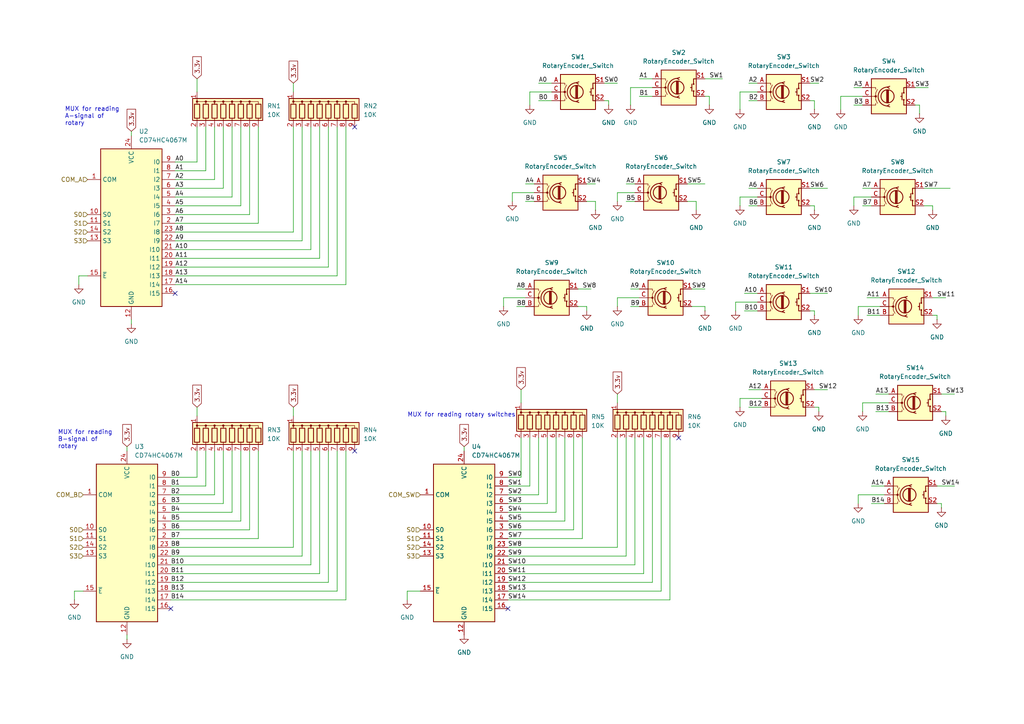
<source format=kicad_sch>
(kicad_sch (version 20231120) (generator "eeschema") (generator_version "8.0")
  (paper "A4")
  (lib_symbols
    (symbol "74xx:CD74HC4067M"
      (property "Reference" "U" (at -8.89 22.86 0))
      (property "Value" "CD74HC4067M" (at 1.27 22.86 0))
      (symbol "CD74HC4067M_0_1"
        (rectangle (start -8.89 21.59) (end 8.89 -24.13) (stroke (width 0.254)) (fill (type background)))
      )
      (symbol "CD74HC4067M_1_1"
        (pin passive line (at -12.7 12.7 0) (length 3.81) (name "COM") (number "1"))
        (pin input line (at -12.7 2.54 0) (length 3.81) (name "S0") (number "10"))
        (pin input line (at -12.7 0 0) (length 3.81) (name "S1") (number "11"))
        (pin power_in line (at 0 -27.94 90) (length 3.81) (name "GND") (number "12"))
        (pin input line (at -12.7 -5.08 0) (length 3.81) (name "S3") (number "13"))
        (pin input line (at -12.7 -2.54 0) (length 3.81) (name "S2") (number "14"))
        (pin input line (at -12.7 -15.24 0) (length 3.81) (name "~{E}") (number "15"))
        (pin passive line (at 12.7 -20.32 180) (length 3.81) (name "I15") (number "16"))
        (pin passive line (at 12.7 -17.78 180) (length 3.81) (name "I14") (number "17"))
        (pin passive line (at 12.7 -15.24 180) (length 3.81) (name "I13") (number "18"))
        (pin passive line (at 12.7 -12.7 180) (length 3.81) (name "I12") (number "19"))
        (pin passive line (at 12.7 0 180) (length 3.81) (name "I7") (number "2"))
        (pin passive line (at 12.7 -10.16 180) (length 3.81) (name "I11") (number "20"))
        (pin passive line (at 12.7 -7.62 180) (length 3.81) (name "I10") (number "21"))
        (pin passive line (at 12.7 -5.08 180) (length 3.81) (name "I9") (number "22"))
        (pin passive line (at 12.7 -2.54 180) (length 3.81) (name "I8") (number "23"))
        (pin power_in line (at 0 25.4 270) (length 3.81) (name "VCC") (number "24"))
        (pin passive line (at 12.7 2.54 180) (length 3.81) (name "I6") (number "3"))
        (pin passive line (at 12.7 5.08 180) (length 3.81) (name "I5") (number "4"))
        (pin passive line (at 12.7 7.62 180) (length 3.81) (name "I4") (number "5"))
        (pin passive line (at 12.7 10.16 180) (length 3.81) (name "I3") (number "6"))
        (pin passive line (at 12.7 12.7 180) (length 3.81) (name "I2") (number "7"))
        (pin passive line (at 12.7 15.24 180) (length 3.81) (name "I1") (number "8"))
        (pin passive line (at 12.7 17.78 180) (length 3.81) (name "I0") (number "9"))
      )
    )
    (symbol "Device:R_Network08" (pin_names (offset 0) hide)
      (property "Reference" "RN" (at -12.7 0 90))
      (property "Value" "R_Network08" (at 10.16 0 90))
      (symbol "R_Network08_0_1"
        (rectangle (start -11.43 -3.175) (end 8.89 3.175) (stroke (width 0.254)) (fill (type background)))
        (rectangle (start -10.922 1.524) (end -9.398 -2.54) (stroke (width 0.254)))
        (circle (center -10.16 2.286) (radius 0.254) (fill (type outline)))
        (rectangle (start -8.382 1.524) (end -6.858 -2.54) (stroke (width 0.254)))
        (circle (center -7.62 2.286) (radius 0.254) (fill (type outline)))
        (rectangle (start -5.842 1.524) (end -4.318 -2.54) (stroke (width 0.254)))
        (circle (center -5.08 2.286) (radius 0.254) (fill (type outline)))
        (rectangle (start -3.302 1.524) (end -1.778 -2.54) (stroke (width 0.254)))
        (circle (center -2.54 2.286) (radius 0.254) (fill (type outline)))
        (rectangle (start -0.762 1.524) (end 0.762 -2.54) (stroke (width 0.254)))
        (polyline (pts (xy -10.16 -2.54) (xy -10.16 -3.81)))
        (polyline (pts (xy -7.62 -2.54) (xy -7.62 -3.81)))
        (polyline (pts (xy -5.08 -2.54) (xy -5.08 -3.81)))
        (polyline (pts (xy -2.54 -2.54) (xy -2.54 -3.81)))
        (polyline (pts (xy 0 -2.54) (xy 0 -3.81)))
        (polyline (pts (xy 2.54 -2.54) (xy 2.54 -3.81)))
        (polyline (pts (xy 5.08 -2.54) (xy 5.08 -3.81)))
        (polyline (pts (xy 7.62 -2.54) (xy 7.62 -3.81)))
        (polyline (pts (xy -10.16 1.524) (xy -10.16 2.286) (xy -7.62 2.286) (xy -7.62 1.524)))
        (polyline (pts (xy -7.62 1.524) (xy -7.62 2.286) (xy -5.08 2.286) (xy -5.08 1.524)))
        (polyline (pts (xy -5.08 1.524) (xy -5.08 2.286) (xy -2.54 2.286) (xy -2.54 1.524)))
        (polyline (pts (xy -2.54 1.524) (xy -2.54 2.286) (xy 0 2.286) (xy 0 1.524)))
        (polyline (pts (xy 0 1.524) (xy 0 2.286) (xy 2.54 2.286) (xy 2.54 1.524)))
        (polyline (pts (xy 2.54 1.524) (xy 2.54 2.286) (xy 5.08 2.286) (xy 5.08 1.524)))
        (polyline (pts (xy 5.08 1.524) (xy 5.08 2.286) (xy 7.62 2.286) (xy 7.62 1.524)))
        (circle (center 0 2.286) (radius 0.254) (fill (type outline)))
        (rectangle (start 1.778 1.524) (end 3.302 -2.54) (stroke (width 0.254)))
        (circle (center 2.54 2.286) (radius 0.254) (fill (type outline)))
        (rectangle (start 4.318 1.524) (end 5.842 -2.54) (stroke (width 0.254)))
        (circle (center 5.08 2.286) (radius 0.254) (fill (type outline)))
        (rectangle (start 6.858 1.524) (end 8.382 -2.54) (stroke (width 0.254)))
      )
      (symbol "R_Network08_1_1"
        (pin passive line (at -10.16 5.08 270) (length 2.54) (name "common") (number "1"))
        (pin passive line (at -10.16 -5.08 90) (length 1.27) (name "R1") (number "2"))
        (pin passive line (at -7.62 -5.08 90) (length 1.27) (name "R2") (number "3"))
        (pin passive line (at -5.08 -5.08 90) (length 1.27) (name "R3") (number "4"))
        (pin passive line (at -2.54 -5.08 90) (length 1.27) (name "R4") (number "5"))
        (pin passive line (at 0 -5.08 90) (length 1.27) (name "R5") (number "6"))
        (pin passive line (at 2.54 -5.08 90) (length 1.27) (name "R6") (number "7"))
        (pin passive line (at 5.08 -5.08 90) (length 1.27) (name "R7") (number "8"))
        (pin passive line (at 7.62 -5.08 90) (length 1.27) (name "R8") (number "9"))
      )
    )
    (symbol "Device:RotaryEncoder_Switch" (pin_names (offset 0.254) hide)
      (property "Reference" "SW" (at 0 6.604 0))
      (property "Value" "RotaryEncoder_Switch" (at 0 -6.604 0))
      (symbol "RotaryEncoder_Switch_0_1"
        (rectangle (start -5.08 5.08) (end 5.08 -5.08) (stroke (width 0.254)) (fill (type background)))
        (circle (center -3.81 0) (radius 0.254) (fill (type outline)))
        (circle (center -0.381 0) (radius 1.905) (stroke (width 0.254)))
        (arc (start -0.381 2.667) (mid -3.0988 -0.0635) (end -0.381 -2.794) (stroke (width 0.254)))
        (polyline (pts (xy -0.635 -1.778) (xy -0.635 1.778)) (stroke (width 0.254)))
        (polyline (pts (xy -0.381 -1.778) (xy -0.381 1.778)) (stroke (width 0.254)))
        (polyline (pts (xy -0.127 1.778) (xy -0.127 -1.778)) (stroke (width 0.254)))
        (polyline (pts (xy 3.81 0) (xy 3.429 0)) (stroke (width 0.254)))
        (polyline (pts (xy 3.81 1.016) (xy 3.81 -1.016)) (stroke (width 0.254)))
        (polyline (pts (xy -5.08 -2.54) (xy -3.81 -2.54) (xy -3.81 -2.032)))
        (polyline (pts (xy -5.08 2.54) (xy -3.81 2.54) (xy -3.81 2.032)))
        (polyline (pts (xy 0.254 -3.048) (xy -0.508 -2.794) (xy 0.127 -2.413)) (stroke (width 0.254)))
        (polyline (pts (xy 0.254 2.921) (xy -0.508 2.667) (xy 0.127 2.286)) (stroke (width 0.254)))
        (polyline (pts (xy 5.08 -2.54) (xy 4.318 -2.54) (xy 4.318 -1.016)) (stroke (width 0.254)))
        (polyline (pts (xy 5.08 2.54) (xy 4.318 2.54) (xy 4.318 1.016)) (stroke (width 0.254)))
        (polyline (pts (xy -5.08 0) (xy -3.81 0) (xy -3.81 -1.016) (xy -3.302 -2.032)))
        (polyline (pts (xy -4.318 0) (xy -3.81 0) (xy -3.81 1.016) (xy -3.302 2.032)))
        (circle (center 4.318 -1.016) (radius 0.127) (stroke (width 0.254)))
        (circle (center 4.318 1.016) (radius 0.127) (stroke (width 0.254)))
      )
      (symbol "RotaryEncoder_Switch_1_1"
        (pin passive line (at -7.62 2.54 0) (length 2.54) (name "A") (number "A"))
        (pin passive line (at -7.62 -2.54 0) (length 2.54) (name "B") (number "B"))
        (pin passive line (at -7.62 0 0) (length 2.54) (name "C") (number "C"))
        (pin passive line (at 7.62 2.54 180) (length 2.54) (name "S1") (number "S1"))
        (pin passive line (at 7.62 -2.54 180) (length 2.54) (name "S2") (number "S2"))
      )
    )
    (symbol "power:GND" (power) (pin_numbers hide) (pin_names (offset 0) hide)
      (property "Value" "GND" (at 0 -3.81 0))
      (symbol "GND_0_1"
        (polyline (pts (xy 0 0) (xy 0 -1.27) (xy 1.27 -1.27) (xy 0 -2.54) (xy -1.27 -1.27) (xy 0 -1.27)))
      )
      (symbol "GND_1_1"
        (pin power_in line (at 0 0 270) (length 0) (name "~") (number "1"))
      )
    )
  )
  (no_connect (at 50.8 85.09))
  (no_connect (at 102.87 36.83))
  (no_connect (at 102.87 130.81))
  (no_connect (at 49.53 176.53))
  (no_connect (at 147.32 176.53))
  (no_connect (at 196.85 127))
  (wire (pts (xy 36.83 184.15) (xy 36.83 185.42)))
  (wire (pts (xy 172.72 58.42) (xy 172.72 60.96)))
  (wire (pts (xy 170.18 88.9) (xy 170.18 90.17)))
  (wire (pts (xy 74.93 130.81) (xy 74.93 156.21)))
  (wire (pts (xy 215.9 85.09) (xy 219.71 85.09)))
  (wire (pts (xy 182.88 88.9) (xy 185.42 88.9)))
  (wire (pts (xy 186.69 127) (xy 186.69 166.37)))
  (wire (pts (xy 50.8 49.53) (xy 59.69 49.53)))
  (wire (pts (xy 179.07 86.36) (xy 185.42 86.36)))
  (wire (pts (xy 214.63 59.69) (xy 214.63 57.15)))
  (wire (pts (xy 251.46 91.44) (xy 255.27 91.44)))
  (wire (pts (xy 92.71 36.83) (xy 92.71 74.93)))
  (wire (pts (xy 213.36 87.63) (xy 213.36 90.17)))
  (wire (pts (xy 248.92 146.05) (xy 248.92 143.51)))
  (wire (pts (xy 100.33 173.99) (xy 49.53 173.99)))
  (wire (pts (xy 204.47 88.9) (xy 204.47 90.17)))
  (wire (pts (xy 236.22 59.69) (xy 236.22 60.96)))
  (wire (pts (xy 97.79 80.01) (xy 50.8 80.01)))
  (wire (pts (xy 250.19 54.61) (xy 252.73 54.61)))
  (wire (pts (xy 67.31 57.15) (xy 67.31 36.83)))
  (wire (pts (xy 236.22 118.11) (xy 237.49 118.11)))
  (wire (pts (xy 38.1 38.1) (xy 38.1 39.37)))
  (wire (pts (xy 273.05 119.38) (xy 274.32 119.38)))
  (wire (pts (xy 237.49 118.11) (xy 237.49 119.38)))
  (wire (pts (xy 250.19 119.38) (xy 250.19 116.84)))
  (wire (pts (xy 247.65 25.4) (xy 250.19 25.4)))
  (wire (pts (xy 49.53 166.37) (xy 92.71 166.37)))
  (wire (pts (xy 276.86 140.97) (xy 271.78 140.97)))
  (wire (pts (xy 254 119.38) (xy 257.81 119.38)))
  (wire (pts (xy 147.32 168.91) (xy 189.23 168.91)))
  (wire (pts (xy 217.17 54.61) (xy 219.71 54.61)))
  (wire (pts (xy 185.42 22.86) (xy 189.23 22.86)))
  (wire (pts (xy 236.22 90.17) (xy 236.22 91.44)))
  (wire (pts (xy 179.07 55.88) (xy 179.07 58.42)))
  (wire (pts (xy 237.49 24.13) (xy 234.95 24.13)))
  (wire (pts (xy 90.17 130.81) (xy 90.17 163.83)))
  (wire (pts (xy 248.92 91.44) (xy 248.92 88.9)))
  (wire (pts (xy 254 114.3) (xy 257.81 114.3)))
  (wire (pts (xy 146.05 88.9) (xy 146.05 86.36)))
  (wire (pts (xy 64.77 36.83) (xy 64.77 54.61)))
  (wire (pts (xy 181.61 58.42) (xy 184.15 58.42)))
  (wire (pts (xy 168.91 127) (xy 168.91 156.21)))
  (wire (pts (xy 234.95 59.69) (xy 236.22 59.69)))
  (wire (pts (xy 147.32 148.59) (xy 161.29 148.59)))
  (wire (pts (xy 62.23 143.51) (xy 49.53 143.51)))
  (wire (pts (xy 74.93 64.77) (xy 50.8 64.77)))
  (wire (pts (xy 236.22 29.21) (xy 236.22 31.75)))
  (wire (pts (xy 217.17 59.69) (xy 219.71 59.69)))
  (wire (pts (xy 50.8 57.15) (xy 67.31 57.15)))
  (wire (pts (xy 57.15 46.99) (xy 50.8 46.99)))
  (wire (pts (xy 271.78 146.05) (xy 273.05 146.05)))
  (wire (pts (xy 149.86 88.9) (xy 152.4 88.9)))
  (wire (pts (xy 148.59 55.88) (xy 154.94 55.88)))
  (wire (pts (xy 95.25 168.91) (xy 49.53 168.91)))
  (wire (pts (xy 213.36 87.63) (xy 219.71 87.63)))
  (wire (pts (xy 69.85 130.81) (xy 69.85 151.13)))
  (wire (pts (xy 50.8 72.39) (xy 90.17 72.39)))
  (wire (pts (xy 118.11 173.99) (xy 118.11 171.45)))
  (wire (pts (xy 147.32 143.51) (xy 156.21 143.51)))
  (wire (pts (xy 199.39 58.42) (xy 201.93 58.42)))
  (wire (pts (xy 247.65 57.15) (xy 252.73 57.15)))
  (wire (pts (xy 205.74 27.94) (xy 205.74 30.48)))
  (wire (pts (xy 201.93 58.42) (xy 201.93 60.96)))
  (wire (pts (xy 57.15 130.81) (xy 57.15 138.43)))
  (wire (pts (xy 153.67 140.97) (xy 153.67 127)))
  (wire (pts (xy 172.72 53.34) (xy 170.18 53.34)))
  (wire (pts (xy 274.32 119.38) (xy 274.32 120.65)))
  (wire (pts (xy 179.07 114.3) (xy 179.07 116.84)))
  (wire (pts (xy 87.63 69.85) (xy 50.8 69.85)))
  (wire (pts (xy 270.51 91.44) (xy 271.78 91.44)))
  (wire (pts (xy 147.32 158.75) (xy 179.07 158.75)))
  (wire (pts (xy 273.05 146.05) (xy 273.05 147.32)))
  (wire (pts (xy 21.59 171.45) (xy 24.13 171.45)))
  (wire (pts (xy 214.63 118.11) (xy 214.63 115.57)))
  (wire (pts (xy 182.88 25.4) (xy 189.23 25.4)))
  (wire (pts (xy 151.13 138.43) (xy 147.32 138.43)))
  (wire (pts (xy 146.05 86.36) (xy 152.4 86.36)))
  (wire (pts (xy 243.84 31.75) (xy 243.84 27.94)))
  (wire (pts (xy 247.65 30.48) (xy 250.19 30.48)))
  (wire (pts (xy 64.77 146.05) (xy 49.53 146.05)))
  (wire (pts (xy 57.15 22.86) (xy 57.15 26.67)))
  (wire (pts (xy 153.67 30.48) (xy 153.67 26.67)))
  (wire (pts (xy 182.88 25.4) (xy 182.88 30.48)))
  (wire (pts (xy 204.47 27.94) (xy 205.74 27.94)))
  (wire (pts (xy 49.53 158.75) (xy 85.09 158.75)))
  (wire (pts (xy 156.21 143.51) (xy 156.21 127)))
  (wire (pts (xy 147.32 163.83) (xy 184.15 163.83)))
  (wire (pts (xy 184.15 163.83) (xy 184.15 127)))
  (wire (pts (xy 64.77 54.61) (xy 50.8 54.61)))
  (wire (pts (xy 22.86 82.55) (xy 22.86 80.01)))
  (wire (pts (xy 215.9 90.17) (xy 219.71 90.17)))
  (wire (pts (xy 248.92 88.9) (xy 255.27 88.9)))
  (wire (pts (xy 234.95 29.21) (xy 236.22 29.21)))
  (wire (pts (xy 163.83 127) (xy 163.83 151.13)))
  (wire (pts (xy 194.31 173.99) (xy 194.31 127)))
  (wire (pts (xy 22.86 80.01) (xy 25.4 80.01)))
  (wire (pts (xy 250.19 116.84) (xy 257.81 116.84)))
  (wire (pts (xy 204.47 22.86) (xy 209.55 22.86)))
  (wire (pts (xy 156.21 29.21) (xy 160.02 29.21)))
  (wire (pts (xy 36.83 129.54) (xy 36.83 130.81)))
  (wire (pts (xy 166.37 153.67) (xy 166.37 127)))
  (wire (pts (xy 156.21 24.13) (xy 160.02 24.13)))
  (wire (pts (xy 179.07 88.9) (xy 179.07 86.36)))
  (wire (pts (xy 74.93 36.83) (xy 74.93 64.77)))
  (wire (pts (xy 152.4 58.42) (xy 154.94 58.42)))
  (wire (pts (xy 179.07 24.13) (xy 175.26 24.13)))
  (wire (pts (xy 185.42 27.94) (xy 189.23 27.94)))
  (wire (pts (xy 134.62 129.54) (xy 134.62 130.81)))
  (wire (pts (xy 175.26 29.21) (xy 176.53 29.21)))
  (wire (pts (xy 252.73 140.97) (xy 256.54 140.97)))
  (wire (pts (xy 186.69 166.37) (xy 147.32 166.37)))
  (wire (pts (xy 64.77 130.81) (xy 64.77 146.05)))
  (wire (pts (xy 57.15 138.43) (xy 49.53 138.43)))
  (wire (pts (xy 217.17 118.11) (xy 220.98 118.11)))
  (wire (pts (xy 151.13 113.03) (xy 151.13 116.84)))
  (wire (pts (xy 163.83 151.13) (xy 147.32 151.13)))
  (wire (pts (xy 251.46 86.36) (xy 255.27 86.36)))
  (wire (pts (xy 191.77 127) (xy 191.77 171.45)))
  (wire (pts (xy 151.13 127) (xy 151.13 138.43)))
  (wire (pts (xy 72.39 153.67) (xy 72.39 130.81)))
  (wire (pts (xy 181.61 161.29) (xy 147.32 161.29)))
  (wire (pts (xy 153.67 26.67) (xy 160.02 26.67)))
  (wire (pts (xy 171.45 83.82) (xy 167.64 83.82)))
  (wire (pts (xy 247.65 59.69) (xy 247.65 57.15)))
  (wire (pts (xy 167.64 88.9) (xy 170.18 88.9)))
  (wire (pts (xy 181.61 53.34) (xy 184.15 53.34)))
  (wire (pts (xy 181.61 127) (xy 181.61 161.29)))
  (wire (pts (xy 168.91 156.21) (xy 147.32 156.21)))
  (wire (pts (xy 85.09 67.31) (xy 85.09 36.83)))
  (wire (pts (xy 69.85 36.83) (xy 69.85 59.69)))
  (wire (pts (xy 148.59 58.42) (xy 148.59 55.88)))
  (wire (pts (xy 161.29 148.59) (xy 161.29 127)))
  (wire (pts (xy 90.17 163.83) (xy 49.53 163.83)))
  (wire (pts (xy 97.79 36.83) (xy 97.79 80.01)))
  (wire (pts (xy 62.23 36.83) (xy 62.23 52.07)))
  (wire (pts (xy 276.86 114.3) (xy 273.05 114.3)))
  (wire (pts (xy 72.39 62.23) (xy 72.39 36.83)))
  (wire (pts (xy 69.85 59.69) (xy 50.8 59.69)))
  (wire (pts (xy 62.23 52.07) (xy 50.8 52.07)))
  (wire (pts (xy 214.63 115.57) (xy 220.98 115.57)))
  (wire (pts (xy 214.63 57.15) (xy 219.71 57.15)))
  (wire (pts (xy 243.84 27.94) (xy 250.19 27.94)))
  (wire (pts (xy 217.17 113.03) (xy 220.98 113.03)))
  (wire (pts (xy 204.47 53.34) (xy 199.39 53.34)))
  (wire (pts (xy 266.7 30.48) (xy 266.7 33.02)))
  (wire (pts (xy 87.63 130.81) (xy 87.63 161.29)))
  (wire (pts (xy 74.93 156.21) (xy 49.53 156.21)))
  (wire (pts (xy 50.8 62.23) (xy 72.39 62.23)))
  (wire (pts (xy 147.32 173.99) (xy 194.31 173.99)))
  (wire (pts (xy 265.43 30.48) (xy 266.7 30.48)))
  (wire (pts (xy 189.23 168.91) (xy 189.23 127)))
  (wire (pts (xy 21.59 173.99) (xy 21.59 171.45)))
  (wire (pts (xy 50.8 77.47) (xy 95.25 77.47)))
  (wire (pts (xy 85.09 24.13) (xy 85.09 26.67)))
  (wire (pts (xy 214.63 26.67) (xy 214.63 31.75)))
  (wire (pts (xy 100.33 130.81) (xy 100.33 173.99)))
  (wire (pts (xy 219.71 26.67) (xy 214.63 26.67)))
  (wire (pts (xy 50.8 67.31) (xy 85.09 67.31)))
  (wire (pts (xy 149.86 83.82) (xy 152.4 83.82)))
  (wire (pts (xy 267.97 59.69) (xy 270.51 59.69)))
  (wire (pts (xy 92.71 166.37) (xy 92.71 130.81)))
  (wire (pts (xy 234.95 54.61) (xy 240.03 54.61)))
  (wire (pts (xy 252.73 146.05) (xy 256.54 146.05)))
  (wire (pts (xy 95.25 130.81) (xy 95.25 168.91)))
  (wire (pts (xy 59.69 130.81) (xy 59.69 140.97)))
  (wire (pts (xy 240.03 85.09) (xy 234.95 85.09)))
  (wire (pts (xy 49.53 171.45) (xy 97.79 171.45)))
  (wire (pts (xy 204.47 83.82) (xy 200.66 83.82)))
  (wire (pts (xy 49.53 153.67) (xy 72.39 153.67)))
  (wire (pts (xy 182.88 83.82) (xy 185.42 83.82)))
  (wire (pts (xy 50.8 82.55) (xy 100.33 82.55)))
  (wire (pts (xy 275.59 54.61) (xy 267.97 54.61)))
  (wire (pts (xy 200.66 88.9) (xy 204.47 88.9)))
  (wire (pts (xy 248.92 143.51) (xy 256.54 143.51)))
  (wire (pts (xy 57.15 118.11) (xy 57.15 120.65)))
  (wire (pts (xy 57.15 36.83) (xy 57.15 46.99)))
  (wire (pts (xy 95.25 77.47) (xy 95.25 36.83)))
  (wire (pts (xy 87.63 36.83) (xy 87.63 69.85)))
  (wire (pts (xy 90.17 72.39) (xy 90.17 36.83)))
  (wire (pts (xy 38.1 92.71) (xy 38.1 93.98)))
  (wire (pts (xy 49.53 148.59) (xy 67.31 148.59)))
  (wire (pts (xy 217.17 24.13) (xy 219.71 24.13)))
  (wire (pts (xy 147.32 153.67) (xy 166.37 153.67)))
  (wire (pts (xy 217.17 29.21) (xy 219.71 29.21)))
  (wire (pts (xy 270.51 59.69) (xy 270.51 60.96)))
  (wire (pts (xy 85.09 118.11) (xy 85.09 120.65)))
  (wire (pts (xy 62.23 130.81) (xy 62.23 143.51)))
  (wire (pts (xy 59.69 49.53) (xy 59.69 36.83)))
  (wire (pts (xy 270.51 86.36) (xy 274.32 86.36)))
  (wire (pts (xy 240.03 113.03) (xy 236.22 113.03)))
  (wire (pts (xy 67.31 148.59) (xy 67.31 130.81)))
  (wire (pts (xy 250.19 59.69) (xy 252.73 59.69)))
  (wire (pts (xy 85.09 158.75) (xy 85.09 130.81)))
  (wire (pts (xy 269.24 25.4) (xy 265.43 25.4)))
  (wire (pts (xy 158.75 146.05) (xy 147.32 146.05)))
  (wire (pts (xy 97.79 171.45) (xy 97.79 130.81)))
  (wire (pts (xy 170.18 58.42) (xy 172.72 58.42)))
  (wire (pts (xy 191.77 171.45) (xy 147.32 171.45)))
  (wire (pts (xy 179.07 158.75) (xy 179.07 127)))
  (wire (pts (xy 184.15 55.88) (xy 179.07 55.88)))
  (wire (pts (xy 59.69 140.97) (xy 49.53 140.97)))
  (wire (pts (xy 234.95 90.17) (xy 236.22 90.17)))
  (wire (pts (xy 158.75 127) (xy 158.75 146.05)))
  (wire (pts (xy 100.33 82.55) (xy 100.33 36.83)))
  (wire (pts (xy 152.4 53.34) (xy 154.94 53.34)))
  (wire (pts (xy 271.78 91.44) (xy 271.78 92.71)))
  (wire (pts (xy 92.71 74.93) (xy 50.8 74.93)))
  (wire (pts (xy 87.63 161.29) (xy 49.53 161.29)))
  (wire (pts (xy 69.85 151.13) (xy 49.53 151.13)))
  (wire (pts (xy 118.11 171.45) (xy 121.92 171.45)))
  (wire (pts (xy 176.53 29.21) (xy 176.53 30.48)))
  (wire (pts (xy 147.32 140.97) (xy 153.67 140.97)))
  (text "MUX for reading rotary switches" (at 133.858 120.396 0) (effects (font (size 1.27 1.27))))
  (text "MUX for reading\nB-signal of\nrotary" (at 16.764 127.508 0) (effects (font (size 1.27 1.27)) (justify left)))
  (text "MUX for reading\nA-signal of\nrotary" (at 18.796 33.782 0) (effects (font (size 1.27 1.27)) (justify left)))
  (label "B1" (at 49.53 140.97 0))
  (label "A8" (at 50.8 67.31 0))
  (label "A5" (at 181.61 53.34 0))
  (label "A9" (at 182.88 83.82 0))
  (label "SW13" (at 274.32 114.3 0))
  (label "A10" (at 215.9 85.09 0))
  (label "B2" (at 217.17 29.21 0))
  (label "B6" (at 49.53 153.67 0))
  (label "A1" (at 185.42 22.86 0))
  (label "A5" (at 50.8 59.69 0))
  (label "B12" (at 217.17 118.11 0))
  (label "SW7" (at 147.32 156.21 0))
  (label "A3" (at 247.65 25.4 0))
  (label "B5" (at 49.53 151.13 0))
  (label "A4" (at 50.8 57.15 0))
  (label "SW1" (at 147.32 140.97 0))
  (label "B7" (at 49.53 156.21 0))
  (label "SW10" (at 147.32 163.83 0))
  (label "A6" (at 50.8 62.23 0))
  (label "B4" (at 49.53 148.59 0))
  (label "A8" (at 149.86 83.82 0))
  (label "SW7" (at 267.97 54.61 0))
  (label "B7" (at 250.19 59.69 0))
  (label "A0" (at 156.21 24.13 0))
  (label "A0" (at 50.8 46.99 0))
  (label "SW3" (at 147.32 146.05 0))
  (label "SW9" (at 147.32 161.29 0))
  (label "SW0" (at 175.26 24.13 0))
  (label "A9" (at 50.8 69.85 0))
  (label "B9" (at 182.88 88.9 0))
  (label "B14" (at 49.53 173.99 0))
  (label "SW6" (at 147.32 153.67 0))
  (label "B13" (at 254 119.38 0))
  (label "SW5" (at 147.32 151.13 0))
  (label "A11" (at 251.46 86.36 0))
  (label "SW3" (at 265.43 25.4 0))
  (label "B2" (at 49.53 143.51 0))
  (label "B6" (at 217.17 59.69 0))
  (label "A4" (at 152.4 53.34 0))
  (label "B8" (at 49.53 158.75 0))
  (label "SW11" (at 271.78 86.36 0))
  (label "A2" (at 50.8 52.07 0))
  (label "A1" (at 50.8 49.53 0))
  (label "A11" (at 50.8 74.93 0))
  (label "B14" (at 252.73 146.05 0))
  (label "SW4" (at 147.32 148.59 0))
  (label "SW11" (at 147.32 166.37 0))
  (label "SW13" (at 147.32 171.45 0))
  (label "B0" (at 156.21 29.21 0))
  (label "B8" (at 149.86 88.9 0))
  (label "A14" (at 50.8 82.55 0))
  (label "SW6" (at 234.95 54.61 0))
  (label "B11" (at 49.53 166.37 0))
  (label "B10" (at 49.53 163.83 0))
  (label "A3" (at 50.8 54.61 0))
  (label "B3" (at 247.65 30.48 0))
  (label "B1" (at 185.42 27.94 0))
  (label "SW14" (at 273.05 140.97 0))
  (label "SW10" (at 236.22 85.09 0))
  (label "B13" (at 49.53 171.45 0))
  (label "SW8" (at 147.32 158.75 0))
  (label "A7" (at 50.8 64.77 0))
  (label "B3" (at 49.53 146.05 0))
  (label "SW1" (at 205.74 22.86 0))
  (label "SW0" (at 147.32 138.43 0))
  (label "A6" (at 217.17 54.61 0))
  (label "B12" (at 49.53 168.91 0))
  (label "B4" (at 152.4 58.42 0))
  (label "A7" (at 250.19 54.61 0))
  (label "A12" (at 50.8 77.47 0))
  (label "B0" (at 49.53 138.43 0))
  (label "SW14" (at 147.32 173.99 0))
  (label "SW12" (at 237.49 113.03 0))
  (label "SW2" (at 147.32 143.51 0))
  (label "A13" (at 254 114.3 0))
  (label "SW2" (at 234.95 24.13 0))
  (label "A10" (at 50.8 72.39 0))
  (label "B5" (at 181.61 58.42 0))
  (label "SW8" (at 168.91 83.82 0))
  (label "SW9" (at 200.66 83.82 0))
  (label "B10" (at 215.9 90.17 0))
  (label "B9" (at 49.53 161.29 0))
  (label "A12" (at 217.17 113.03 0))
  (label "A14" (at 252.73 140.97 0))
  (label "A13" (at 50.8 80.01 0))
  (label "SW4" (at 170.18 53.34 0))
  (label "SW5" (at 199.39 53.34 0))
  (label "A2" (at 217.17 24.13 0))
  (label "B11" (at 251.46 91.44 0))
  (label "SW12" (at 147.32 168.91 0))
  (global_label "3.3v" (shape input) (at 36.83 129.54 90) (property "Intersheetrefs" "${INTERSHEET_REFS}" (effects (hide yes))))
  (global_label "3.3v" (shape input) (at 57.15 22.86 90) (property "Intersheetrefs" "${INTERSHEET_REFS}" (effects (hide yes))))
  (global_label "3.3v" (shape input) (at 57.15 118.11 90) (property "Intersheetrefs" "${INTERSHEET_REFS}" (effects (hide yes))))
  (global_label "3.3v" (shape input) (at 179.07 114.3 90) (property "Intersheetrefs" "${INTERSHEET_REFS}" (effects (hide yes))))
  (global_label "3.3v" (shape input) (at 85.09 118.11 90) (property "Intersheetrefs" "${INTERSHEET_REFS}" (effects (hide yes))))
  (global_label "3.3v" (shape input) (at 38.1 38.1 90) (property "Intersheetrefs" "${INTERSHEET_REFS}" (effects (hide yes))))
  (global_label "3.3v" (shape input) (at 151.13 113.03 90) (property "Intersheetrefs" "${INTERSHEET_REFS}" (effects (hide yes))))
  (global_label "3.3v" (shape input) (at 134.62 129.54 90) (property "Intersheetrefs" "${INTERSHEET_REFS}" (effects (hide yes))))
  (global_label "3.3v" (shape input) (at 85.09 24.13 90) (property "Intersheetrefs" "${INTERSHEET_REFS}" (effects (hide yes))))
  (hierarchical_label "S1" (shape input) (at 25.4 64.77 180))
  (hierarchical_label "S2" (shape input) (at 24.13 158.75 180))
  (hierarchical_label "S0" (shape input) (at 24.13 153.67 180))
  (hierarchical_label "S3" (shape input) (at 25.4 69.85 180))
  (hierarchical_label "S0" (shape input) (at 121.92 153.67 180))
  (hierarchical_label "S3" (shape input) (at 121.92 161.29 180))
  (hierarchical_label "S2" (shape input) (at 121.92 158.75 180))
  (hierarchical_label "S3" (shape input) (at 24.13 161.29 180))
  (hierarchical_label "S0" (shape input) (at 25.4 62.23 180))
  (hierarchical_label "COM_SW" (shape input) (at 121.92 143.51 180))
  (hierarchical_label "COM_B" (shape input) (at 24.13 143.51 180))
  (hierarchical_label "S1" (shape input) (at 121.92 156.21 180))
  (hierarchical_label "S2" (shape input) (at 25.4 67.31 180))
  (hierarchical_label "COM_A" (shape input) (at 25.4 52.07 180))
  (hierarchical_label "S1" (shape input) (at 24.13 156.21 180))
  (symbol (lib_id "power:GND") (at 250.19 119.38 0) (unit 1)
    (property "Reference" "#PWR16" (effects (hide yes)))
    (property "Value" "GND" (at 250.19 124.46 0))
    (property "Description" "Power symbol creates a global label with name \"GND\" , ground" (effects (hide yes)))
  )
  (symbol (lib_id "power:GND") (at 201.93 60.96 0) (unit 1)
    (property "Reference" "#PWR26" (effects (hide yes)))
    (property "Value" "GND" (at 201.93 66.04 0))
    (property "Description" "Power symbol creates a global label with name \"GND\" , ground" (effects (hide yes)))
  )
  (symbol (lib_id "Device:R_Network08") (at 189.23 121.92 0) (unit 1)
    (property "Reference" "RN6" (at 199.39 120.9039 0) (effects (justify left)))
    (property "Value" "10K" (at 199.39 123.4439 0) (effects (justify left)))
    (property "Footprint" "Resistor_THT:R_Array_SIP9" (effects (hide yes)))
    (property "Datasheet" "http://www.vishay.com/docs/31509/csc.pdf" (effects (hide yes)))
    (property "Description" "8 resistor network, star topology, bussed resistors, small symbol" (effects (hide yes)))
  )
  (symbol (lib_id "Device:R_Network08") (at 161.29 121.92 0) (unit 1)
    (property "Reference" "RN5" (at 171.45 120.9039 0) (effects (justify left)))
    (property "Value" "10K" (at 171.45 123.4439 0) (effects (justify left)))
    (property "Footprint" "Resistor_THT:R_Array_SIP9" (effects (hide yes)))
    (property "Datasheet" "http://www.vishay.com/docs/31509/csc.pdf" (effects (hide yes)))
    (property "Description" "8 resistor network, star topology, bussed resistors, small symbol" (effects (hide yes)))
  )
  (symbol (lib_id "Device:RotaryEncoder_Switch") (at 260.35 57.15 0) (unit 1)
    (property "Reference" "SW8" (at 260.35 46.99 0))
    (property "Value" "RotaryEncoder_Switch" (at 260.35 49.53 0))
    (property "Footprint" "Rotary_Encoder:RotaryEncoder_Alps_EC11E-Switch_Vertical_H20mm_MountingHoles" (effects (hide yes)))
    (property "Description" "Rotary encoder, dual channel, incremental quadrate outputs, with switch" (effects (hide yes)))
  )
  (symbol (lib_id "Device:RotaryEncoder_Switch") (at 265.43 116.84 0) (unit 1)
    (property "Reference" "SW14" (at 265.43 106.68 0))
    (property "Value" "RotaryEncoder_Switch" (at 265.43 109.22 0))
    (property "Footprint" "Rotary_Encoder:RotaryEncoder_Alps_EC11E-Switch_Vertical_H20mm_MountingHoles" (effects (hide yes)))
    (property "Description" "Rotary encoder, dual channel, incremental quadrate outputs, with switch" (effects (hide yes)))
  )
  (symbol (lib_id "power:GND") (at 38.1 93.98 0) (unit 1)
    (property "Reference" "#PWR1" (effects (hide yes)))
    (property "Value" "GND" (at 38.1 99.06 0))
    (property "Description" "Power symbol creates a global label with name \"GND\" , ground" (effects (hide yes)))
  )
  (symbol (lib_id "Device:RotaryEncoder_Switch") (at 264.16 143.51 0) (unit 1)
    (property "Reference" "SW15" (at 264.16 133.35 0))
    (property "Value" "RotaryEncoder_Switch" (at 264.16 135.89 0))
    (property "Footprint" "Rotary_Encoder:RotaryEncoder_Alps_EC11E-Switch_Vertical_H20mm_MountingHoles" (effects (hide yes)))
    (property "Description" "Rotary encoder, dual channel, incremental quadrate outputs, with switch" (effects (hide yes)))
  )
  (symbol (lib_id "power:GND") (at 236.22 60.96 0) (unit 1)
    (property "Reference" "#PWR25" (effects (hide yes)))
    (property "Value" "GND" (at 236.22 66.04 0))
    (property "Description" "Power symbol creates a global label with name \"GND\" , ground" (effects (hide yes)))
  )
  (symbol (lib_id "power:GND") (at 248.92 146.05 0) (unit 1)
    (property "Reference" "#PWR17" (effects (hide yes)))
    (property "Value" "GND" (at 248.92 151.13 0))
    (property "Description" "Power symbol creates a global label with name \"GND\" , ground" (effects (hide yes)))
  )
  (symbol (lib_id "Device:RotaryEncoder_Switch") (at 228.6 115.57 0) (unit 1)
    (property "Reference" "SW13" (at 228.6 105.41 0))
    (property "Value" "RotaryEncoder_Switch" (at 228.6 107.95 0))
    (property "Footprint" "Rotary_Encoder:RotaryEncoder_Alps_EC11E-Switch_Vertical_H20mm_MountingHoles" (effects (hide yes)))
    (property "Description" "Rotary encoder, dual channel, incremental quadrate outputs, with switch" (effects (hide yes)))
  )
  (symbol (lib_id "power:GND") (at 214.63 31.75 0) (unit 1)
    (property "Reference" "#PWR5" (effects (hide yes)))
    (property "Value" "GND" (at 214.63 36.83 0))
    (property "Description" "Power symbol creates a global label with name \"GND\" , ground" (effects (hide yes)))
  )
  (symbol (lib_id "power:GND") (at 266.7 33.02 0) (unit 1)
    (property "Reference" "#PWR20" (effects (hide yes)))
    (property "Value" "GND" (at 266.7 38.1 0))
    (property "Description" "Power symbol creates a global label with name \"GND\" , ground" (effects (hide yes)))
  )
  (symbol (lib_id "power:GND") (at 214.63 59.69 0) (unit 1)
    (property "Reference" "#PWR11" (effects (hide yes)))
    (property "Value" "GND" (at 214.63 64.77 0))
    (property "Description" "Power symbol creates a global label with name \"GND\" , ground" (effects (hide yes)))
  )
  (symbol (lib_id "power:GND") (at 236.22 31.75 0) (unit 1)
    (property "Reference" "#PWR19" (effects (hide yes)))
    (property "Value" "GND" (at 236.22 36.83 0))
    (property "Description" "Power symbol creates a global label with name \"GND\" , ground" (effects (hide yes)))
  )
  (symbol (lib_id "power:GND") (at 153.67 30.48 0) (unit 1)
    (property "Reference" "#PWR3" (effects (hide yes)))
    (property "Value" "GND" (at 153.67 35.56 0))
    (property "Description" "Power symbol creates a global label with name \"GND\" , ground" (effects (hide yes)))
  )
  (symbol (lib_id "power:GND") (at 248.92 91.44 0) (unit 1)
    (property "Reference" "#PWR14" (effects (hide yes)))
    (property "Value" "GND" (at 248.92 96.52 0))
    (property "Description" "Power symbol creates a global label with name \"GND\" , ground" (effects (hide yes)))
  )
  (symbol (lib_id "power:GND") (at 273.05 147.32 0) (unit 1)
    (property "Reference" "#PWR31" (effects (hide yes)))
    (property "Value" "GND" (at 273.05 152.4 0))
    (property "Description" "Power symbol creates a global label with name \"GND\" , ground" (effects (hide yes)))
  )
  (symbol (lib_id "Device:RotaryEncoder_Switch") (at 227.33 57.15 0) (unit 1)
    (property "Reference" "SW7" (at 227.33 46.99 0))
    (property "Value" "RotaryEncoder_Switch" (at 227.33 49.53 0))
    (property "Footprint" "Rotary_Encoder:RotaryEncoder_Alps_EC11E-Switch_Vertical_H20mm_MountingHoles" (effects (hide yes)))
    (property "Description" "Rotary encoder, dual channel, incremental quadrate outputs, with switch" (effects (hide yes)))
  )
  (symbol (lib_id "power:GND") (at 170.18 90.17 0) (unit 1)
    (property "Reference" "#PWR23" (effects (hide yes)))
    (property "Value" "GND" (at 170.18 95.25 0))
    (property "Description" "Power symbol creates a global label with name \"GND\" , ground" (effects (hide yes)))
  )
  (symbol (lib_id "power:GND") (at 22.86 82.55 0) (unit 1)
    (property "Reference" "#PWR55" (effects (hide yes)))
    (property "Value" "GND" (at 22.86 87.63 0))
    (property "Description" "Power symbol creates a global label with name \"GND\" , ground" (effects (hide yes)))
  )
  (symbol (lib_id "power:GND") (at 134.62 184.15 0) (unit 1)
    (property "Reference" "#PWR54" (effects (hide yes)))
    (property "Value" "GND" (at 134.62 189.23 0))
    (property "Description" "Power symbol creates a global label with name \"GND\" , ground" (effects (hide yes)))
  )
  (symbol (lib_id "Device:R_Network08") (at 67.31 125.73 0) (unit 1)
    (property "Reference" "RN3" (at 77.47 124.7139 0) (effects (justify left)))
    (property "Value" "10K" (at 77.47 127.2539 0) (effects (justify left)))
    (property "Footprint" "Resistor_THT:R_Array_SIP9" (effects (hide yes)))
    (property "Datasheet" "http://www.vishay.com/docs/31509/csc.pdf" (effects (hide yes)))
    (property "Description" "8 resistor network, star topology, bussed resistors, small symbol" (effects (hide yes)))
  )
  (symbol (lib_id "Device:RotaryEncoder_Switch") (at 196.85 25.4 0) (unit 1)
    (property "Reference" "SW2" (at 196.85 15.24 0))
    (property "Value" "RotaryEncoder_Switch" (at 196.85 17.78 0))
    (property "Footprint" "Rotary_Encoder:RotaryEncoder_Alps_EC11E-Switch_Vertical_H20mm_MountingHoles" (effects (hide yes)))
    (property "Description" "Rotary encoder, dual channel, incremental quadrate outputs, with switch" (effects (hide yes)))
  )
  (symbol (lib_id "74xx:CD74HC4067M") (at 38.1 64.77 0) (unit 1)
    (property "Reference" "U2" (at 40.2941 38.1 0) (effects (justify left)))
    (property "Value" "CD74HC4067M" (at 40.2941 40.64 0) (effects (justify left)))
    (property "Footprint" "Package_SO:SOIC-24W_7.5x15.4mm_P1.27mm" (effects (hide yes)))
    (property "Datasheet" "http://www.ti.com/lit/ds/symlink/cd74hc4067.pdf" (effects (hide yes)))
    (property "Description" "High-Speed CMOS Logic 16-Channel Analog Multiplexer/Demultiplexer, SOIC-24" (effects (hide yes)))
  )
  (symbol (lib_id "power:GND") (at 182.88 30.48 0) (unit 1)
    (property "Reference" "#PWR4" (effects (hide yes)))
    (property "Value" "GND" (at 182.88 35.56 0))
    (property "Description" "Power symbol creates a global label with name \"GND\" , ground" (effects (hide yes)))
  )
  (symbol (lib_id "power:GND") (at 118.11 173.99 0) (unit 1)
    (property "Reference" "#PWR57" (effects (hide yes)))
    (property "Value" "GND" (at 118.11 179.07 0))
    (property "Description" "Power symbol creates a global label with name \"GND\" , ground" (effects (hide yes)))
  )
  (symbol (lib_id "power:GND") (at 172.72 60.96 0) (unit 1)
    (property "Reference" "#PWR21" (effects (hide yes)))
    (property "Value" "GND" (at 172.72 66.04 0))
    (property "Description" "Power symbol creates a global label with name \"GND\" , ground" (effects (hide yes)))
  )
  (symbol (lib_id "power:GND") (at 179.07 58.42 0) (unit 1)
    (property "Reference" "#PWR12" (effects (hide yes)))
    (property "Value" "GND" (at 179.07 63.5 0))
    (property "Description" "Power symbol creates a global label with name \"GND\" , ground" (effects (hide yes)))
  )
  (symbol (lib_id "Device:R_Network08") (at 67.31 31.75 0) (unit 1)
    (property "Reference" "RN1" (at 77.47 30.7339 0) (effects (justify left)))
    (property "Value" "10K" (at 77.47 33.2739 0) (effects (justify left)))
    (property "Footprint" "Resistor_THT:R_Array_SIP9" (effects (hide yes)))
    (property "Datasheet" "http://www.vishay.com/docs/31509/csc.pdf" (effects (hide yes)))
    (property "Description" "8 resistor network, star topology, bussed resistors, small symbol" (effects (hide yes)))
  )
  (symbol (lib_id "Device:R_Network08") (at 95.25 125.73 0) (unit 1)
    (property "Reference" "RN4" (at 105.41 124.7139 0) (effects (justify left)))
    (property "Value" "10K" (at 105.41 127.2539 0) (effects (justify left)))
    (property "Footprint" "Resistor_THT:R_Array_SIP9" (effects (hide yes)))
    (property "Datasheet" "http://www.vishay.com/docs/31509/csc.pdf" (effects (hide yes)))
    (property "Description" "8 resistor network, star topology, bussed resistors, small symbol" (effects (hide yes)))
  )
  (symbol (lib_id "Device:RotaryEncoder_Switch") (at 160.02 86.36 0) (unit 1)
    (property "Reference" "SW9" (at 160.02 76.2 0))
    (property "Value" "RotaryEncoder_Switch" (at 160.02 78.74 0))
    (property "Footprint" "Rotary_Encoder:RotaryEncoder_Alps_EC11E-Switch_Vertical_H20mm_MountingHoles" (effects (hide yes)))
    (property "Description" "Rotary encoder, dual channel, incremental quadrate outputs, with switch" (effects (hide yes)))
  )
  (symbol (lib_id "Device:RotaryEncoder_Switch") (at 162.56 55.88 0) (unit 1)
    (property "Reference" "SW5" (at 162.56 45.72 0))
    (property "Value" "RotaryEncoder_Switch" (at 162.56 48.26 0))
    (property "Footprint" "Rotary_Encoder:RotaryEncoder_Alps_EC11E-Switch_Vertical_H20mm_MountingHoles" (effects (hide yes)))
    (property "Description" "Rotary encoder, dual channel, incremental quadrate outputs, with switch" (effects (hide yes)))
  )
  (symbol (lib_id "power:GND") (at 148.59 58.42 0) (unit 1)
    (property "Reference" "#PWR7" (effects (hide yes)))
    (property "Value" "GND" (at 148.59 63.5 0))
    (property "Description" "Power symbol creates a global label with name \"GND\" , ground" (effects (hide yes)))
  )
  (symbol (lib_id "power:GND") (at 237.49 119.38 0) (unit 1)
    (property "Reference" "#PWR29" (effects (hide yes)))
    (property "Value" "GND" (at 237.49 124.46 0))
    (property "Description" "Power symbol creates a global label with name \"GND\" , ground" (effects (hide yes)))
  )
  (symbol (lib_id "Device:RotaryEncoder_Switch") (at 167.64 26.67 0) (unit 1)
    (property "Reference" "SW1" (at 167.64 16.51 0))
    (property "Value" "RotaryEncoder_Switch" (at 167.64 19.05 0))
    (property "Footprint" "Rotary_Encoder:RotaryEncoder_Alps_EC11E-Switch_Vertical_H20mm_MountingHoles" (effects (hide yes)))
    (property "Description" "Rotary encoder, dual channel, incremental quadrate outputs, with switch" (effects (hide yes)))
  )
  (symbol (lib_id "Device:R_Network08") (at 95.25 31.75 0) (unit 1)
    (property "Reference" "RN2" (at 105.41 30.7339 0) (effects (justify left)))
    (property "Value" "10K" (at 105.41 33.2739 0) (effects (justify left)))
    (property "Footprint" "Resistor_THT:R_Array_SIP9" (effects (hide yes)))
    (property "Datasheet" "http://www.vishay.com/docs/31509/csc.pdf" (effects (hide yes)))
    (property "Description" "8 resistor network, star topology, bussed resistors, small symbol" (effects (hide yes)))
  )
  (symbol (lib_id "Device:RotaryEncoder_Switch") (at 191.77 55.88 0) (unit 1)
    (property "Reference" "SW6" (at 191.77 45.72 0))
    (property "Value" "RotaryEncoder_Switch" (at 191.77 48.26 0))
    (property "Footprint" "Rotary_Encoder:RotaryEncoder_Alps_EC11E-Switch_Vertical_H20mm_MountingHoles" (effects (hide yes)))
    (property "Description" "Rotary encoder, dual channel, incremental quadrate outputs, with switch" (effects (hide yes)))
  )
  (symbol (lib_id "power:GND") (at 270.51 60.96 0) (unit 1)
    (property "Reference" "#PWR24" (effects (hide yes)))
    (property "Value" "GND" (at 270.51 66.04 0))
    (property "Description" "Power symbol creates a global label with name \"GND\" , ground" (effects (hide yes)))
  )
  (symbol (lib_id "power:GND") (at 213.36 90.17 0) (unit 1)
    (property "Reference" "#PWR13" (effects (hide yes)))
    (property "Value" "GND" (at 213.36 95.25 0))
    (property "Description" "Power symbol creates a global label with name \"GND\" , ground" (effects (hide yes)))
  )
  (symbol (lib_id "power:GND") (at 243.84 31.75 0) (unit 1)
    (property "Reference" "#PWR6" (effects (hide yes)))
    (property "Value" "GND" (at 243.84 36.83 0))
    (property "Description" "Power symbol creates a global label with name \"GND\" , ground" (effects (hide yes)))
  )
  (symbol (lib_id "power:GND") (at 36.83 185.42 0) (unit 1)
    (property "Reference" "#PWR2" (effects (hide yes)))
    (property "Value" "GND" (at 36.83 190.5 0))
    (property "Description" "Power symbol creates a global label with name \"GND\" , ground" (effects (hide yes)))
  )
  (symbol (lib_id "power:GND") (at 21.59 173.99 0) (unit 1)
    (property "Reference" "#PWR56" (effects (hide yes)))
    (property "Value" "GND" (at 21.59 179.07 0))
    (property "Description" "Power symbol creates a global label with name \"GND\" , ground" (effects (hide yes)))
  )
  (symbol (lib_id "power:GND") (at 176.53 30.48 0) (unit 1)
    (property "Reference" "#PWR32" (effects (hide yes)))
    (property "Value" "GND" (at 176.53 35.56 0))
    (property "Description" "Power symbol creates a global label with name \"GND\" , ground" (effects (hide yes)))
  )
  (symbol (lib_id "power:GND") (at 236.22 91.44 0) (unit 1)
    (property "Reference" "#PWR27" (effects (hide yes)))
    (property "Value" "GND" (at 236.22 96.52 0))
    (property "Description" "Power symbol creates a global label with name \"GND\" , ground" (effects (hide yes)))
  )
  (symbol (lib_id "Device:RotaryEncoder_Switch") (at 262.89 88.9 0) (unit 1)
    (property "Reference" "SW12" (at 262.89 78.74 0))
    (property "Value" "RotaryEncoder_Switch" (at 262.89 81.28 0))
    (property "Footprint" "Rotary_Encoder:RotaryEncoder_Alps_EC11E-Switch_Vertical_H20mm_MountingHoles" (effects (hide yes)))
    (property "Description" "Rotary encoder, dual channel, incremental quadrate outputs, with switch" (effects (hide yes)))
  )
  (symbol (lib_id "power:GND") (at 146.05 88.9 0) (unit 1)
    (property "Reference" "#PWR9" (effects (hide yes)))
    (property "Value" "GND" (at 146.05 93.98 0))
    (property "Description" "Power symbol creates a global label with name \"GND\" , ground" (effects (hide yes)))
  )
  (symbol (lib_id "74xx:CD74HC4067M") (at 36.83 156.21 0) (unit 1)
    (property "Reference" "U3" (at 39.0241 129.54 0) (effects (justify left)))
    (property "Value" "CD74HC4067M" (at 39.0241 132.08 0) (effects (justify left)))
    (property "Footprint" "Package_SO:SOIC-24W_7.5x15.4mm_P1.27mm" (effects (hide yes)))
    (property "Datasheet" "http://www.ti.com/lit/ds/symlink/cd74hc4067.pdf" (effects (hide yes)))
    (property "Description" "High-Speed CMOS Logic 16-Channel Analog Multiplexer/Demultiplexer, SOIC-24" (effects (hide yes)))
  )
  (symbol (lib_id "power:GND") (at 271.78 92.71 0) (unit 1)
    (property "Reference" "#PWR28" (effects (hide yes)))
    (property "Value" "GND" (at 271.78 97.79 0))
    (property "Description" "Power symbol creates a global label with name \"GND\" , ground" (effects (hide yes)))
  )
  (symbol (lib_id "power:GND") (at 204.47 90.17 0) (unit 1)
    (property "Reference" "#PWR22" (effects (hide yes)))
    (property "Value" "GND" (at 204.47 95.25 0))
    (property "Description" "Power symbol creates a global label with name \"GND\" , ground" (effects (hide yes)))
  )
  (symbol (lib_id "power:GND") (at 274.32 120.65 0) (unit 1)
    (property "Reference" "#PWR30" (effects (hide yes)))
    (property "Value" "GND" (at 274.32 125.73 0))
    (property "Description" "Power symbol creates a global label with name \"GND\" , ground" (effects (hide yes)))
  )
  (symbol (lib_id "power:GND") (at 214.63 118.11 0) (unit 1)
    (property "Reference" "#PWR15" (effects (hide yes)))
    (property "Value" "GND" (at 214.63 123.19 0))
    (property "Description" "Power symbol creates a global label with name \"GND\" , ground" (effects (hide yes)))
  )
  (symbol (lib_id "power:GND") (at 205.74 30.48 0) (unit 1)
    (property "Reference" "#PWR18" (effects (hide yes)))
    (property "Value" "GND" (at 205.74 35.56 0))
    (property "Description" "Power symbol creates a global label with name \"GND\" , ground" (effects (hide yes)))
  )
  (symbol (lib_id "Device:RotaryEncoder_Switch") (at 227.33 87.63 0) (unit 1)
    (property "Reference" "SW11" (at 227.33 77.47 0))
    (property "Value" "RotaryEncoder_Switch" (at 227.33 80.01 0))
    (property "Footprint" "Rotary_Encoder:RotaryEncoder_Alps_EC11E-Switch_Vertical_H20mm_MountingHoles" (effects (hide yes)))
    (property "Description" "Rotary encoder, dual channel, incremental quadrate outputs, with switch" (effects (hide yes)))
  )
  (symbol (lib_id "Device:RotaryEncoder_Switch") (at 193.04 86.36 0) (unit 1)
    (property "Reference" "SW10" (at 193.04 76.2 0))
    (property "Value" "RotaryEncoder_Switch" (at 193.04 78.74 0))
    (property "Footprint" "Rotary_Encoder:RotaryEncoder_Alps_EC11E-Switch_Vertical_H20mm_MountingHoles" (effects (hide yes)))
    (property "Description" "Rotary encoder, dual channel, incremental quadrate outputs, with switch" (effects (hide yes)))
  )
  (symbol (lib_id "power:GND") (at 179.07 88.9 0) (unit 1)
    (property "Reference" "#PWR8" (effects (hide yes)))
    (property "Value" "GND" (at 179.07 93.98 0))
    (property "Description" "Power symbol creates a global label with name \"GND\" , ground" (effects (hide yes)))
  )
  (symbol (lib_id "74xx:CD74HC4067M") (at 134.62 156.21 0) (unit 1)
    (property "Reference" "U4" (at 136.8141 129.54 0) (effects (justify left)))
    (property "Value" "CD74HC4067M" (at 136.8141 132.08 0) (effects (justify left)))
    (property "Footprint" "Package_SO:SOIC-24W_7.5x15.4mm_P1.27mm" (effects (hide yes)))
    (property "Datasheet" "http://www.ti.com/lit/ds/symlink/cd74hc4067.pdf" (effects (hide yes)))
    (property "Description" "High-Speed CMOS Logic 16-Channel Analog Multiplexer/Demultiplexer, SOIC-24" (effects (hide yes)))
  )
  (symbol (lib_id "power:GND") (at 247.65 59.69 0) (unit 1)
    (property "Reference" "#PWR10" (effects (hide yes)))
    (property "Value" "GND" (at 247.65 64.77 0))
    (property "Description" "Power symbol creates a global label with name \"GND\" , ground" (effects (hide yes)))
  )
  (symbol (lib_id "Device:RotaryEncoder_Switch") (at 227.33 26.67 0) (unit 1)
    (property "Reference" "SW3" (at 227.33 16.51 0))
    (property "Value" "RotaryEncoder_Switch" (at 227.33 19.05 0))
    (property "Footprint" "Rotary_Encoder:RotaryEncoder_Alps_EC11E-Switch_Vertical_H20mm_MountingHoles" (effects (hide yes)))
    (property "Description" "Rotary encoder, dual channel, incremental quadrate outputs, with switch" (effects (hide yes)))
  )
  (symbol (lib_id "Device:RotaryEncoder_Switch") (at 257.81 27.94 0) (unit 1)
    (property "Reference" "SW4" (at 257.81 17.78 0))
    (property "Value" "RotaryEncoder_Switch" (at 257.81 20.32 0))
    (property "Footprint" "Rotary_Encoder:RotaryEncoder_Alps_EC11E-Switch_Vertical_H20mm_MountingHoles" (effects (hide yes)))
    (property "Description" "Rotary encoder, dual channel, incremental quadrate outputs, with switch" (effects (hide yes)))
  )
)
</source>
